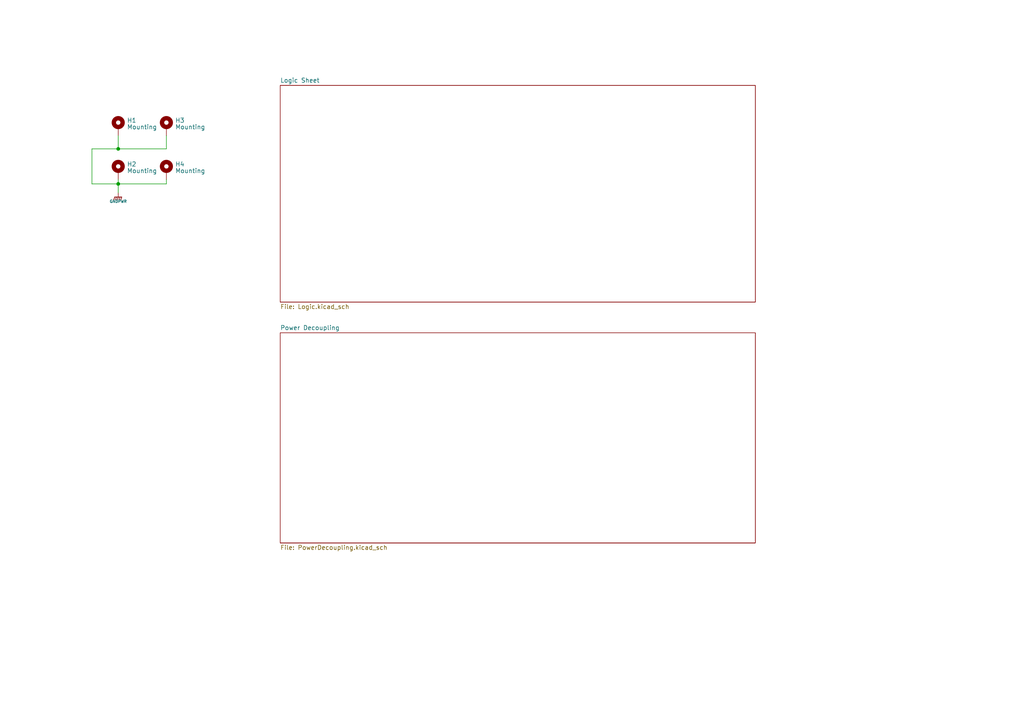
<source format=kicad_sch>
(kicad_sch (version 20231120) (generator "eeschema") (generator_version "8.0")
  (paper "A4")
  (title_block (title "SFD-700 Floppy Interface MKII") (date "2023-07-27") (rev "1.2") (comment 1 "and enhanced to operate with the MZ-80A.") (comment 2 "This is a redesign of the K&P card using the SFD-700 & SFD-800 schematics as the base") (comment 3 "with the MZ-80B/MZ-800/MZ-1500/MZ-2000/MZ-2200.") (comment 4 "SFD-700 Floppy Disk Interface card for the Sharp MZ-80A/MZ-700, also compatible"))
  (lib_symbols
    (symbol "Mechanical:MountingHole_Pad" (pin_numbers hide) (pin_names (offset 1.016) hide)
      (property "Reference" "H" (at 0 6.35 0))
      (property "Value" "MountingHole_Pad" (at 0 4.445 0))
      (symbol "MountingHole_Pad_0_1"
        (circle (center 0 1.27) (radius 1.27) (stroke (width 1.27)))
      )
      (symbol "MountingHole_Pad_1_1"
        (pin input line (at 0 -2.54 90) (length 2.54) (name "1") (number "1"))
      )
    )
    (symbol "power:GNDPWR" (power) (pin_names (offset 0))
      (property "Value" "GNDPWR" (at 0 -3.302 0))
      (symbol "GNDPWR_0_1"
        (polyline (pts (xy 0 -1.27) (xy 0 0)))
        (polyline (pts (xy -1.016 -1.27) (xy -1.27 -2.032) (xy -1.27 -2.032)) (stroke (width 0.2032)))
        (polyline (pts (xy -0.508 -1.27) (xy -0.762 -2.032) (xy -0.762 -2.032)) (stroke (width 0.2032)))
        (polyline (pts (xy 0 -1.27) (xy -0.254 -2.032) (xy -0.254 -2.032)) (stroke (width 0.2032)))
        (polyline (pts (xy 0.508 -1.27) (xy 0.254 -2.032) (xy 0.254 -2.032)) (stroke (width 0.2032)))
        (polyline (pts (xy 1.016 -1.27) (xy -1.016 -1.27) (xy -1.016 -1.27)) (stroke (width 0.2032)))
        (polyline (pts (xy 1.016 -1.27) (xy 0.762 -2.032) (xy 0.762 -2.032) (xy 0.762 -2.032)) (stroke (width 0.2032)))
      )
      (symbol "GNDPWR_1_1"
        (pin power_in line (at 0 0 270) (length 0) hide (name "GNDPWR") (number "1"))
      )
    )
  )
  (junction (at 34.29 43.18))
  (junction (at 34.29 53.34))
  (wire (pts (xy 34.29 53.34) (xy 34.29 55.88)))
  (wire (pts (xy 34.29 52.07) (xy 34.29 53.34)))
  (wire (pts (xy 48.26 53.34) (xy 48.26 52.07)))
  (wire (pts (xy 34.29 43.18) (xy 48.26 43.18)))
  (wire (pts (xy 34.29 53.34) (xy 48.26 53.34)))
  (wire (pts (xy 48.26 43.18) (xy 48.26 39.37)))
  (wire (pts (xy 26.67 43.18) (xy 34.29 43.18)))
  (wire (pts (xy 26.67 53.34) (xy 26.67 43.18)))
  (wire (pts (xy 34.29 53.34) (xy 26.67 53.34)))
  (wire (pts (xy 34.29 43.18) (xy 34.29 39.37)))
  (symbol (lib_id "Mechanical:MountingHole_Pad") (at 48.26 49.53 0) (unit 1)
    (property "Reference" "H4" (at 50.8 47.6163 0) (effects (justify left)))
    (property "Value" "Mounting" (at 50.8 49.5373 0) (effects (justify left)))
    (property "Footprint" "MountingHole:MountingHole_2.7mm_M2.5_Pad" (effects (hide yes)))
  )
  (symbol (lib_id "power:GNDPWR") (at 34.29 55.88 0) (unit 1)
    (property "Reference" "#PWR01" (effects (hide yes)))
    (property "Value" "GNDPWR" (at 34.29 58.42 0) (effects (font (size 0.7874 0.7874))))
  )
  (symbol (lib_id "Mechanical:MountingHole_Pad") (at 34.29 36.83 0) (unit 1)
    (property "Reference" "H1" (at 36.83 34.9163 0) (effects (justify left)))
    (property "Value" "Mounting" (at 36.83 36.8373 0) (effects (justify left)))
    (property "Footprint" "MountingHole:MountingHole_2.7mm_M2.5_Pad" (effects (hide yes)))
  )
  (symbol (lib_id "Mechanical:MountingHole_Pad") (at 34.29 49.53 0) (unit 1)
    (property "Reference" "H2" (at 36.83 47.6163 0) (effects (justify left)))
    (property "Value" "Mounting" (at 36.83 49.5373 0) (effects (justify left)))
    (property "Footprint" "MountingHole:MountingHole_2.7mm_M2.5_Pad" (effects (hide yes)))
  )
  (symbol (lib_id "Mechanical:MountingHole_Pad") (at 48.26 36.83 0) (unit 1)
    (property "Reference" "H3" (at 50.8 34.9163 0) (effects (justify left)))
    (property "Value" "Mounting" (at 50.8 36.8373 0) (effects (justify left)))
    (property "Footprint" "MountingHole:MountingHole_2.7mm_M2.5_Pad" (effects (hide yes)))
  )
  (sheet (at 81.28 96.52) (size 137.795 60.96) (stroke (width 0.1524))
    (property "Sheetname" "Power Decoupling" (at 81.28 95.8084 0) (effects (justify left bottom)))
    (property "Sheetfile" "PowerDecoupling.kicad_sch" (at 81.28 158.0646 0) (effects (justify left top)))
  )
  (sheet (at 81.28 24.765) (size 137.795 62.865) (stroke (width 0.1524))
    (property "Sheetname" "Logic Sheet" (at 81.28 24.0534 0) (effects (justify left bottom)))
    (property "Sheetfile" "Logic.kicad_sch" (at 81.28 88.2146 0) (effects (justify left top)))
  )
)
</source>
